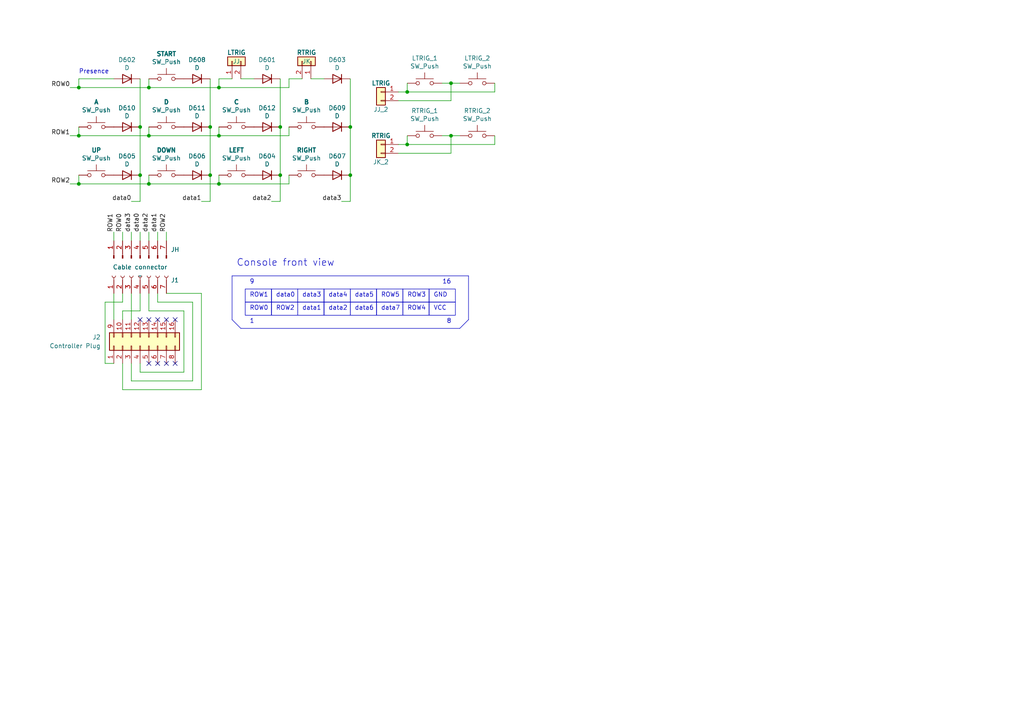
<source format=kicad_sch>
(kicad_sch (version 20230121) (generator eeschema)

  (uuid 813e74c8-3a73-4830-af5e-d83419be2fb7)

  (paper "A4")

  (lib_symbols
    (symbol "Connector:Conn_01x07_Pin" (pin_names (offset 1.016) hide) (in_bom yes) (on_board yes)
      (property "Reference" "J" (at 0 10.16 0)
        (effects (font (size 1.27 1.27)))
      )
      (property "Value" "Conn_01x07_Pin" (at 0 -10.16 0)
        (effects (font (size 1.27 1.27)))
      )
      (property "Footprint" "" (at 0 0 0)
        (effects (font (size 1.27 1.27)) hide)
      )
      (property "Datasheet" "~" (at 0 0 0)
        (effects (font (size 1.27 1.27)) hide)
      )
      (property "ki_locked" "" (at 0 0 0)
        (effects (font (size 1.27 1.27)))
      )
      (property "ki_keywords" "connector" (at 0 0 0)
        (effects (font (size 1.27 1.27)) hide)
      )
      (property "ki_description" "Generic connector, single row, 01x07, script generated" (at 0 0 0)
        (effects (font (size 1.27 1.27)) hide)
      )
      (property "ki_fp_filters" "Connector*:*_1x??_*" (at 0 0 0)
        (effects (font (size 1.27 1.27)) hide)
      )
      (symbol "Conn_01x07_Pin_1_1"
        (polyline
          (pts
            (xy 1.27 -7.62)
            (xy 0.8636 -7.62)
          )
          (stroke (width 0.1524) (type default))
          (fill (type none))
        )
        (polyline
          (pts
            (xy 1.27 -5.08)
            (xy 0.8636 -5.08)
          )
          (stroke (width 0.1524) (type default))
          (fill (type none))
        )
        (polyline
          (pts
            (xy 1.27 -2.54)
            (xy 0.8636 -2.54)
          )
          (stroke (width 0.1524) (type default))
          (fill (type none))
        )
        (polyline
          (pts
            (xy 1.27 0)
            (xy 0.8636 0)
          )
          (stroke (width 0.1524) (type default))
          (fill (type none))
        )
        (polyline
          (pts
            (xy 1.27 2.54)
            (xy 0.8636 2.54)
          )
          (stroke (width 0.1524) (type default))
          (fill (type none))
        )
        (polyline
          (pts
            (xy 1.27 5.08)
            (xy 0.8636 5.08)
          )
          (stroke (width 0.1524) (type default))
          (fill (type none))
        )
        (polyline
          (pts
            (xy 1.27 7.62)
            (xy 0.8636 7.62)
          )
          (stroke (width 0.1524) (type default))
          (fill (type none))
        )
        (rectangle (start 0.8636 -7.493) (end 0 -7.747)
          (stroke (width 0.1524) (type default))
          (fill (type outline))
        )
        (rectangle (start 0.8636 -4.953) (end 0 -5.207)
          (stroke (width 0.1524) (type default))
          (fill (type outline))
        )
        (rectangle (start 0.8636 -2.413) (end 0 -2.667)
          (stroke (width 0.1524) (type default))
          (fill (type outline))
        )
        (rectangle (start 0.8636 0.127) (end 0 -0.127)
          (stroke (width 0.1524) (type default))
          (fill (type outline))
        )
        (rectangle (start 0.8636 2.667) (end 0 2.413)
          (stroke (width 0.1524) (type default))
          (fill (type outline))
        )
        (rectangle (start 0.8636 5.207) (end 0 4.953)
          (stroke (width 0.1524) (type default))
          (fill (type outline))
        )
        (rectangle (start 0.8636 7.747) (end 0 7.493)
          (stroke (width 0.1524) (type default))
          (fill (type outline))
        )
        (pin passive line (at 5.08 7.62 180) (length 3.81)
          (name "Pin_1" (effects (font (size 1.27 1.27))))
          (number "1" (effects (font (size 1.27 1.27))))
        )
        (pin passive line (at 5.08 5.08 180) (length 3.81)
          (name "Pin_2" (effects (font (size 1.27 1.27))))
          (number "2" (effects (font (size 1.27 1.27))))
        )
        (pin passive line (at 5.08 2.54 180) (length 3.81)
          (name "Pin_3" (effects (font (size 1.27 1.27))))
          (number "3" (effects (font (size 1.27 1.27))))
        )
        (pin passive line (at 5.08 0 180) (length 3.81)
          (name "Pin_4" (effects (font (size 1.27 1.27))))
          (number "4" (effects (font (size 1.27 1.27))))
        )
        (pin passive line (at 5.08 -2.54 180) (length 3.81)
          (name "Pin_5" (effects (font (size 1.27 1.27))))
          (number "5" (effects (font (size 1.27 1.27))))
        )
        (pin passive line (at 5.08 -5.08 180) (length 3.81)
          (name "Pin_6" (effects (font (size 1.27 1.27))))
          (number "6" (effects (font (size 1.27 1.27))))
        )
        (pin passive line (at 5.08 -7.62 180) (length 3.81)
          (name "Pin_7" (effects (font (size 1.27 1.27))))
          (number "7" (effects (font (size 1.27 1.27))))
        )
      )
    )
    (symbol "Connector:Conn_01x07_Socket" (pin_names (offset 1.016) hide) (in_bom yes) (on_board yes)
      (property "Reference" "J" (at 0 10.16 0)
        (effects (font (size 1.27 1.27)))
      )
      (property "Value" "Conn_01x07_Socket" (at 0 -10.16 0)
        (effects (font (size 1.27 1.27)))
      )
      (property "Footprint" "" (at 0 0 0)
        (effects (font (size 1.27 1.27)) hide)
      )
      (property "Datasheet" "~" (at 0 0 0)
        (effects (font (size 1.27 1.27)) hide)
      )
      (property "ki_locked" "" (at 0 0 0)
        (effects (font (size 1.27 1.27)))
      )
      (property "ki_keywords" "connector" (at 0 0 0)
        (effects (font (size 1.27 1.27)) hide)
      )
      (property "ki_description" "Generic connector, single row, 01x07, script generated" (at 0 0 0)
        (effects (font (size 1.27 1.27)) hide)
      )
      (property "ki_fp_filters" "Connector*:*_1x??_*" (at 0 0 0)
        (effects (font (size 1.27 1.27)) hide)
      )
      (symbol "Conn_01x07_Socket_1_1"
        (arc (start 0 -7.112) (mid -0.5058 -7.62) (end 0 -8.128)
          (stroke (width 0.1524) (type default))
          (fill (type none))
        )
        (arc (start 0 -4.572) (mid -0.5058 -5.08) (end 0 -5.588)
          (stroke (width 0.1524) (type default))
          (fill (type none))
        )
        (arc (start 0 -2.032) (mid -0.5058 -2.54) (end 0 -3.048)
          (stroke (width 0.1524) (type default))
          (fill (type none))
        )
        (polyline
          (pts
            (xy -1.27 -7.62)
            (xy -0.508 -7.62)
          )
          (stroke (width 0.1524) (type default))
          (fill (type none))
        )
        (polyline
          (pts
            (xy -1.27 -5.08)
            (xy -0.508 -5.08)
          )
          (stroke (width 0.1524) (type default))
          (fill (type none))
        )
        (polyline
          (pts
            (xy -1.27 -2.54)
            (xy -0.508 -2.54)
          )
          (stroke (width 0.1524) (type default))
          (fill (type none))
        )
        (polyline
          (pts
            (xy -1.27 0)
            (xy -0.508 0)
          )
          (stroke (width 0.1524) (type default))
          (fill (type none))
        )
        (polyline
          (pts
            (xy -1.27 2.54)
            (xy -0.508 2.54)
          )
          (stroke (width 0.1524) (type default))
          (fill (type none))
        )
        (polyline
          (pts
            (xy -1.27 5.08)
            (xy -0.508 5.08)
          )
          (stroke (width 0.1524) (type default))
          (fill (type none))
        )
        (polyline
          (pts
            (xy -1.27 7.62)
            (xy -0.508 7.62)
          )
          (stroke (width 0.1524) (type default))
          (fill (type none))
        )
        (arc (start 0 0.508) (mid -0.5058 0) (end 0 -0.508)
          (stroke (width 0.1524) (type default))
          (fill (type none))
        )
        (arc (start 0 3.048) (mid -0.5058 2.54) (end 0 2.032)
          (stroke (width 0.1524) (type default))
          (fill (type none))
        )
        (arc (start 0 5.588) (mid -0.5058 5.08) (end 0 4.572)
          (stroke (width 0.1524) (type default))
          (fill (type none))
        )
        (arc (start 0 8.128) (mid -0.5058 7.62) (end 0 7.112)
          (stroke (width 0.1524) (type default))
          (fill (type none))
        )
        (pin passive line (at -5.08 7.62 0) (length 3.81)
          (name "Pin_1" (effects (font (size 1.27 1.27))))
          (number "1" (effects (font (size 1.27 1.27))))
        )
        (pin passive line (at -5.08 5.08 0) (length 3.81)
          (name "Pin_2" (effects (font (size 1.27 1.27))))
          (number "2" (effects (font (size 1.27 1.27))))
        )
        (pin passive line (at -5.08 2.54 0) (length 3.81)
          (name "Pin_3" (effects (font (size 1.27 1.27))))
          (number "3" (effects (font (size 1.27 1.27))))
        )
        (pin passive line (at -5.08 0 0) (length 3.81)
          (name "Pin_4" (effects (font (size 1.27 1.27))))
          (number "4" (effects (font (size 1.27 1.27))))
        )
        (pin passive line (at -5.08 -2.54 0) (length 3.81)
          (name "Pin_5" (effects (font (size 1.27 1.27))))
          (number "5" (effects (font (size 1.27 1.27))))
        )
        (pin passive line (at -5.08 -5.08 0) (length 3.81)
          (name "Pin_6" (effects (font (size 1.27 1.27))))
          (number "6" (effects (font (size 1.27 1.27))))
        )
        (pin passive line (at -5.08 -7.62 0) (length 3.81)
          (name "Pin_7" (effects (font (size 1.27 1.27))))
          (number "7" (effects (font (size 1.27 1.27))))
        )
      )
    )
    (symbol "Connector_Generic:Conn_01x02" (pin_names (offset 1.016) hide) (in_bom yes) (on_board yes)
      (property "Reference" "J" (at 0 2.54 0)
        (effects (font (size 1.27 1.27)))
      )
      (property "Value" "Conn_01x02" (at 0 -5.08 0)
        (effects (font (size 1.27 1.27)))
      )
      (property "Footprint" "" (at 0 0 0)
        (effects (font (size 1.27 1.27)) hide)
      )
      (property "Datasheet" "~" (at 0 0 0)
        (effects (font (size 1.27 1.27)) hide)
      )
      (property "ki_keywords" "connector" (at 0 0 0)
        (effects (font (size 1.27 1.27)) hide)
      )
      (property "ki_description" "Generic connector, single row, 01x02, script generated (kicad-library-utils/schlib/autogen/connector/)" (at 0 0 0)
        (effects (font (size 1.27 1.27)) hide)
      )
      (property "ki_fp_filters" "Connector*:*_1x??_*" (at 0 0 0)
        (effects (font (size 1.27 1.27)) hide)
      )
      (symbol "Conn_01x02_1_1"
        (rectangle (start -1.27 -2.413) (end 0 -2.667)
          (stroke (width 0.1524) (type default))
          (fill (type none))
        )
        (rectangle (start -1.27 0.127) (end 0 -0.127)
          (stroke (width 0.1524) (type default))
          (fill (type none))
        )
        (rectangle (start -1.27 1.27) (end 1.27 -3.81)
          (stroke (width 0.254) (type default))
          (fill (type background))
        )
        (pin passive line (at -5.08 0 0) (length 3.81)
          (name "Pin_1" (effects (font (size 1.27 1.27))))
          (number "1" (effects (font (size 1.27 1.27))))
        )
        (pin passive line (at -5.08 -2.54 0) (length 3.81)
          (name "Pin_2" (effects (font (size 1.27 1.27))))
          (number "2" (effects (font (size 1.27 1.27))))
        )
      )
    )
    (symbol "Connector_Generic:Conn_02x08_Top_Bottom" (pin_names (offset 1.016) hide) (in_bom yes) (on_board yes)
      (property "Reference" "J" (at 1.27 10.16 0)
        (effects (font (size 1.27 1.27)))
      )
      (property "Value" "Conn_02x08_Top_Bottom" (at 1.27 -12.7 0)
        (effects (font (size 1.27 1.27)))
      )
      (property "Footprint" "" (at 0 0 0)
        (effects (font (size 1.27 1.27)) hide)
      )
      (property "Datasheet" "~" (at 0 0 0)
        (effects (font (size 1.27 1.27)) hide)
      )
      (property "ki_keywords" "connector" (at 0 0 0)
        (effects (font (size 1.27 1.27)) hide)
      )
      (property "ki_description" "Generic connector, double row, 02x08, top/bottom pin numbering scheme (row 1: 1...pins_per_row, row2: pins_per_row+1 ... num_pins), script generated (kicad-library-utils/schlib/autogen/connector/)" (at 0 0 0)
        (effects (font (size 1.27 1.27)) hide)
      )
      (property "ki_fp_filters" "Connector*:*_2x??_*" (at 0 0 0)
        (effects (font (size 1.27 1.27)) hide)
      )
      (symbol "Conn_02x08_Top_Bottom_1_1"
        (rectangle (start -1.27 -10.033) (end 0 -10.287)
          (stroke (width 0.1524) (type default))
          (fill (type none))
        )
        (rectangle (start -1.27 -7.493) (end 0 -7.747)
          (stroke (width 0.1524) (type default))
          (fill (type none))
        )
        (rectangle (start -1.27 -4.953) (end 0 -5.207)
          (stroke (width 0.1524) (type default))
          (fill (type none))
        )
        (rectangle (start -1.27 -2.413) (end 0 -2.667)
          (stroke (width 0.1524) (type default))
          (fill (type none))
        )
        (rectangle (start -1.27 0.127) (end 0 -0.127)
          (stroke (width 0.1524) (type default))
          (fill (type none))
        )
        (rectangle (start -1.27 2.667) (end 0 2.413)
          (stroke (width 0.1524) (type default))
          (fill (type none))
        )
        (rectangle (start -1.27 5.207) (end 0 4.953)
          (stroke (width 0.1524) (type default))
          (fill (type none))
        )
        (rectangle (start -1.27 7.747) (end 0 7.493)
          (stroke (width 0.1524) (type default))
          (fill (type none))
        )
        (rectangle (start -1.27 8.89) (end 3.81 -11.43)
          (stroke (width 0.254) (type default))
          (fill (type background))
        )
        (rectangle (start 3.81 -10.033) (end 2.54 -10.287)
          (stroke (width 0.1524) (type default))
          (fill (type none))
        )
        (rectangle (start 3.81 -7.493) (end 2.54 -7.747)
          (stroke (width 0.1524) (type default))
          (fill (type none))
        )
        (rectangle (start 3.81 -4.953) (end 2.54 -5.207)
          (stroke (width 0.1524) (type default))
          (fill (type none))
        )
        (rectangle (start 3.81 -2.413) (end 2.54 -2.667)
          (stroke (width 0.1524) (type default))
          (fill (type none))
        )
        (rectangle (start 3.81 0.127) (end 2.54 -0.127)
          (stroke (width 0.1524) (type default))
          (fill (type none))
        )
        (rectangle (start 3.81 2.667) (end 2.54 2.413)
          (stroke (width 0.1524) (type default))
          (fill (type none))
        )
        (rectangle (start 3.81 5.207) (end 2.54 4.953)
          (stroke (width 0.1524) (type default))
          (fill (type none))
        )
        (rectangle (start 3.81 7.747) (end 2.54 7.493)
          (stroke (width 0.1524) (type default))
          (fill (type none))
        )
        (pin passive line (at -5.08 7.62 0) (length 3.81)
          (name "Pin_1" (effects (font (size 1.27 1.27))))
          (number "1" (effects (font (size 1.27 1.27))))
        )
        (pin passive line (at 7.62 5.08 180) (length 3.81)
          (name "Pin_10" (effects (font (size 1.27 1.27))))
          (number "10" (effects (font (size 1.27 1.27))))
        )
        (pin passive line (at 7.62 2.54 180) (length 3.81)
          (name "Pin_11" (effects (font (size 1.27 1.27))))
          (number "11" (effects (font (size 1.27 1.27))))
        )
        (pin passive line (at 7.62 0 180) (length 3.81)
          (name "Pin_12" (effects (font (size 1.27 1.27))))
          (number "12" (effects (font (size 1.27 1.27))))
        )
        (pin passive line (at 7.62 -2.54 180) (length 3.81)
          (name "Pin_13" (effects (font (size 1.27 1.27))))
          (number "13" (effects (font (size 1.27 1.27))))
        )
        (pin passive line (at 7.62 -5.08 180) (length 3.81)
          (name "Pin_14" (effects (font (size 1.27 1.27))))
          (number "14" (effects (font (size 1.27 1.27))))
        )
        (pin passive line (at 7.62 -7.62 180) (length 3.81)
          (name "Pin_15" (effects (font (size 1.27 1.27))))
          (number "15" (effects (font (size 1.27 1.27))))
        )
        (pin passive line (at 7.62 -10.16 180) (length 3.81)
          (name "Pin_16" (effects (font (size 1.27 1.27))))
          (number "16" (effects (font (size 1.27 1.27))))
        )
        (pin passive line (at -5.08 5.08 0) (length 3.81)
          (name "Pin_2" (effects (font (size 1.27 1.27))))
          (number "2" (effects (font (size 1.27 1.27))))
        )
        (pin passive line (at -5.08 2.54 0) (length 3.81)
          (name "Pin_3" (effects (font (size 1.27 1.27))))
          (number "3" (effects (font (size 1.27 1.27))))
        )
        (pin passive line (at -5.08 0 0) (length 3.81)
          (name "Pin_4" (effects (font (size 1.27 1.27))))
          (number "4" (effects (font (size 1.27 1.27))))
        )
        (pin passive line (at -5.08 -2.54 0) (length 3.81)
          (name "Pin_5" (effects (font (size 1.27 1.27))))
          (number "5" (effects (font (size 1.27 1.27))))
        )
        (pin passive line (at -5.08 -5.08 0) (length 3.81)
          (name "Pin_6" (effects (font (size 1.27 1.27))))
          (number "6" (effects (font (size 1.27 1.27))))
        )
        (pin passive line (at -5.08 -7.62 0) (length 3.81)
          (name "Pin_7" (effects (font (size 1.27 1.27))))
          (number "7" (effects (font (size 1.27 1.27))))
        )
        (pin passive line (at -5.08 -10.16 0) (length 3.81)
          (name "Pin_8" (effects (font (size 1.27 1.27))))
          (number "8" (effects (font (size 1.27 1.27))))
        )
        (pin passive line (at 7.62 7.62 180) (length 3.81)
          (name "Pin_9" (effects (font (size 1.27 1.27))))
          (number "9" (effects (font (size 1.27 1.27))))
        )
      )
    )
    (symbol "Device:D" (pin_numbers hide) (pin_names (offset 1.016) hide) (in_bom yes) (on_board yes)
      (property "Reference" "D" (at 0 2.54 0)
        (effects (font (size 1.27 1.27)))
      )
      (property "Value" "D" (at 0 -2.54 0)
        (effects (font (size 1.27 1.27)))
      )
      (property "Footprint" "" (at 0 0 0)
        (effects (font (size 1.27 1.27)) hide)
      )
      (property "Datasheet" "~" (at 0 0 0)
        (effects (font (size 1.27 1.27)) hide)
      )
      (property "Sim.Device" "D" (at 0 0 0)
        (effects (font (size 1.27 1.27)) hide)
      )
      (property "Sim.Pins" "1=K 2=A" (at 0 0 0)
        (effects (font (size 1.27 1.27)) hide)
      )
      (property "ki_keywords" "diode" (at 0 0 0)
        (effects (font (size 1.27 1.27)) hide)
      )
      (property "ki_description" "Diode" (at 0 0 0)
        (effects (font (size 1.27 1.27)) hide)
      )
      (property "ki_fp_filters" "TO-???* *_Diode_* *SingleDiode* D_*" (at 0 0 0)
        (effects (font (size 1.27 1.27)) hide)
      )
      (symbol "D_0_1"
        (polyline
          (pts
            (xy -1.27 1.27)
            (xy -1.27 -1.27)
          )
          (stroke (width 0.254) (type default))
          (fill (type none))
        )
        (polyline
          (pts
            (xy 1.27 0)
            (xy -1.27 0)
          )
          (stroke (width 0) (type default))
          (fill (type none))
        )
        (polyline
          (pts
            (xy 1.27 1.27)
            (xy 1.27 -1.27)
            (xy -1.27 0)
            (xy 1.27 1.27)
          )
          (stroke (width 0.254) (type default))
          (fill (type none))
        )
      )
      (symbol "D_1_1"
        (pin passive line (at -3.81 0 0) (length 2.54)
          (name "K" (effects (font (size 1.27 1.27))))
          (number "1" (effects (font (size 1.27 1.27))))
        )
        (pin passive line (at 3.81 0 180) (length 2.54)
          (name "A" (effects (font (size 1.27 1.27))))
          (number "2" (effects (font (size 1.27 1.27))))
        )
      )
    )
    (symbol "Switch:SW_Push" (pin_numbers hide) (pin_names (offset 1.016) hide) (in_bom yes) (on_board yes)
      (property "Reference" "SW" (at 1.27 2.54 0)
        (effects (font (size 1.27 1.27)) (justify left))
      )
      (property "Value" "SW_Push" (at 0 -1.524 0)
        (effects (font (size 1.27 1.27)))
      )
      (property "Footprint" "" (at 0 5.08 0)
        (effects (font (size 1.27 1.27)) hide)
      )
      (property "Datasheet" "~" (at 0 5.08 0)
        (effects (font (size 1.27 1.27)) hide)
      )
      (property "ki_keywords" "switch normally-open pushbutton push-button" (at 0 0 0)
        (effects (font (size 1.27 1.27)) hide)
      )
      (property "ki_description" "Push button switch, generic, two pins" (at 0 0 0)
        (effects (font (size 1.27 1.27)) hide)
      )
      (symbol "SW_Push_0_1"
        (circle (center -2.032 0) (radius 0.508)
          (stroke (width 0) (type default))
          (fill (type none))
        )
        (polyline
          (pts
            (xy 0 1.27)
            (xy 0 3.048)
          )
          (stroke (width 0) (type default))
          (fill (type none))
        )
        (polyline
          (pts
            (xy 2.54 1.27)
            (xy -2.54 1.27)
          )
          (stroke (width 0) (type default))
          (fill (type none))
        )
        (circle (center 2.032 0) (radius 0.508)
          (stroke (width 0) (type default))
          (fill (type none))
        )
        (pin passive line (at -5.08 0 0) (length 2.54)
          (name "1" (effects (font (size 1.27 1.27))))
          (number "1" (effects (font (size 1.27 1.27))))
        )
        (pin passive line (at 5.08 0 180) (length 2.54)
          (name "2" (effects (font (size 1.27 1.27))))
          (number "2" (effects (font (size 1.27 1.27))))
        )
      )
    )
  )

  (junction (at 81.28 36.83) (diameter 0) (color 0 0 0 0)
    (uuid 0037471b-907e-462d-b701-514b1ddfd2e7)
  )
  (junction (at 22.86 53.34) (diameter 0) (color 0 0 0 0)
    (uuid 01dfe9ec-eba0-447e-88b1-7eb95b155bdc)
  )
  (junction (at 40.64 36.83) (diameter 0) (color 0 0 0 0)
    (uuid 12ae7baa-1e24-463c-a8fa-9d08e54d92c9)
  )
  (junction (at 43.18 39.37) (diameter 0) (color 0 0 0 0)
    (uuid 1696ad9b-d213-475c-9629-60804bba7654)
  )
  (junction (at 63.5 53.34) (diameter 0) (color 0 0 0 0)
    (uuid 2cf8f0f6-c3b5-45b3-8f18-1a4e4e7bc84d)
  )
  (junction (at 22.86 25.4) (diameter 0) (color 0 0 0 0)
    (uuid 56ee5c19-7e9e-47c9-a317-83322b5b3998)
  )
  (junction (at 60.96 36.83) (diameter 0) (color 0 0 0 0)
    (uuid 665a3d15-2bf0-4f72-a8f6-32063cd7845d)
  )
  (junction (at 43.18 53.34) (diameter 0) (color 0 0 0 0)
    (uuid 6714c3e3-612f-491c-9971-d5d9208cd92b)
  )
  (junction (at 43.18 25.4) (diameter 0) (color 0 0 0 0)
    (uuid 7e920fc0-c346-48c7-8129-015dd3d0e7dd)
  )
  (junction (at 63.5 25.4) (diameter 0) (color 0 0 0 0)
    (uuid 839547bf-5f6d-4c3d-846a-6d6d35cd1d6b)
  )
  (junction (at 101.6 36.83) (diameter 0) (color 0 0 0 0)
    (uuid 8e6ddccc-aa48-4f5d-bb76-21d0493230b9)
  )
  (junction (at 130.81 39.37) (diameter 0) (color 0 0 0 0)
    (uuid ab15ba9c-138f-41a0-a474-b32d2e6da71e)
  )
  (junction (at 60.96 50.8) (diameter 0) (color 0 0 0 0)
    (uuid b6d9966d-491d-4f5f-ae6b-ff9ee495fbce)
  )
  (junction (at 130.81 24.13) (diameter 0) (color 0 0 0 0)
    (uuid bd46bd5c-fcb5-4a3d-8688-c60155f39752)
  )
  (junction (at 101.6 50.8) (diameter 0) (color 0 0 0 0)
    (uuid c1a106f9-780d-429b-bf97-5ee3a4f44e2c)
  )
  (junction (at 63.5 39.37) (diameter 0) (color 0 0 0 0)
    (uuid d20f19c2-2994-4d6a-ba0c-b1fbe165fe0c)
  )
  (junction (at 118.11 41.91) (diameter 0) (color 0 0 0 0)
    (uuid d2e66505-3a25-4294-b336-3905a63ccc70)
  )
  (junction (at 40.64 50.8) (diameter 0) (color 0 0 0 0)
    (uuid ec6b4602-da7e-4b3c-be79-6b1067a1ddb6)
  )
  (junction (at 118.11 26.67) (diameter 0) (color 0 0 0 0)
    (uuid eebdc5ae-ecc5-4821-8cc1-f1078d4eaf83)
  )
  (junction (at 22.86 39.37) (diameter 0) (color 0 0 0 0)
    (uuid f913c177-af12-4908-8953-61b598b95ed9)
  )
  (junction (at 81.28 50.8) (diameter 0) (color 0 0 0 0)
    (uuid fdb98dd1-3c84-4337-9f39-b0b3362d83f7)
  )

  (no_connect (at 40.64 92.71) (uuid 675358d0-1555-4b2b-99c1-58948404fbd3))
  (no_connect (at 43.18 92.71) (uuid 7ca0687f-c20a-4f24-bd7f-f723ccee6cce))
  (no_connect (at 43.18 105.41) (uuid 807df74d-218e-4e65-898b-6f722ec616c9))
  (no_connect (at 50.8 105.41) (uuid 895e3b7f-dbc7-4bca-b1d7-6eced8c919dc))
  (no_connect (at 45.72 92.71) (uuid a22f0bfb-e0b8-4d6c-8fa8-ae770c2cefa7))
  (no_connect (at 48.26 92.71) (uuid c133ccd0-9eec-4787-ba3f-ea8e59d91e0b))
  (no_connect (at 48.26 105.41) (uuid c7b8e5b2-d445-44aa-841c-d8416286f23b))
  (no_connect (at 45.72 105.41) (uuid ce4bf1e0-e9ae-4797-967a-6a7f9c4dcff7))
  (no_connect (at 50.8 92.71) (uuid e3c84030-e4e7-4ba2-9a5b-76736e1bb6ed))

  (wire (pts (xy 83.82 50.8) (xy 83.82 53.34))
    (stroke (width 0) (type default))
    (uuid 00f6fc6d-2460-4635-b0ad-2f4251b27d69)
  )
  (wire (pts (xy 90.17 22.86) (xy 93.98 22.86))
    (stroke (width 0) (type default))
    (uuid 098d4469-a563-4f80-90a7-e103682877f5)
  )
  (wire (pts (xy 35.56 87.63) (xy 30.48 87.63))
    (stroke (width 0) (type default))
    (uuid 09f2650a-f305-463e-adc0-c556fc1030f7)
  )
  (wire (pts (xy 58.42 58.42) (xy 60.96 58.42))
    (stroke (width 0) (type default))
    (uuid 0aa1fec0-108f-4bf0-b17b-cb699d0afd34)
  )
  (wire (pts (xy 83.82 39.37) (xy 83.82 36.83))
    (stroke (width 0) (type default))
    (uuid 0fa85b2d-fabd-4606-81fa-12463e1ff036)
  )
  (wire (pts (xy 63.5 53.34) (xy 43.18 53.34))
    (stroke (width 0) (type default))
    (uuid 16f81628-7d4b-4059-b3a4-ef5fef2df20d)
  )
  (wire (pts (xy 101.6 22.86) (xy 101.6 36.83))
    (stroke (width 0) (type default))
    (uuid 1766a5a2-772f-4f44-a6d8-10c8c55a12e7)
  )
  (wire (pts (xy 43.18 53.34) (xy 22.86 53.34))
    (stroke (width 0) (type default))
    (uuid 1a2c53b5-0bac-4e21-84ab-985567343901)
  )
  (wire (pts (xy 60.96 58.42) (xy 60.96 50.8))
    (stroke (width 0) (type default))
    (uuid 2142f840-8626-42ba-a3d3-00be33d13267)
  )
  (wire (pts (xy 55.88 110.49) (xy 38.1 110.49))
    (stroke (width 0) (type default))
    (uuid 225005eb-bcf7-41f7-a37d-57bcfe467094)
  )
  (wire (pts (xy 40.64 85.09) (xy 40.64 90.17))
    (stroke (width 0) (type default))
    (uuid 28799f3d-6ec9-49c3-ab68-3a1031687773)
  )
  (wire (pts (xy 83.82 22.86) (xy 83.82 25.4))
    (stroke (width 0) (type default))
    (uuid 2a4796db-9935-4d5c-90b9-8b104877f3a7)
  )
  (wire (pts (xy 22.86 25.4) (xy 43.18 25.4))
    (stroke (width 0) (type default))
    (uuid 2defa538-b6cd-4156-acd8-b8ebcca8f477)
  )
  (wire (pts (xy 45.72 85.09) (xy 45.72 87.63))
    (stroke (width 0) (type default))
    (uuid 2f77c35b-a4e6-4611-8b8d-7cf892542a90)
  )
  (wire (pts (xy 43.18 67.31) (xy 43.18 69.85))
    (stroke (width 0) (type default))
    (uuid 31ae77cb-7063-48dc-b979-d168e0e9f1f7)
  )
  (wire (pts (xy 115.57 41.91) (xy 118.11 41.91))
    (stroke (width 0) (type default))
    (uuid 36b2ab4a-1ac1-41b9-b111-a3641dc469be)
  )
  (wire (pts (xy 43.18 22.86) (xy 43.18 25.4))
    (stroke (width 0) (type default))
    (uuid 3750ae33-b846-4cea-9b7d-d6554abf23c1)
  )
  (wire (pts (xy 130.81 39.37) (xy 128.27 39.37))
    (stroke (width 0) (type default))
    (uuid 39393517-c2fe-4905-b437-c22d56ba3e3d)
  )
  (wire (pts (xy 130.81 24.13) (xy 133.35 24.13))
    (stroke (width 0) (type default))
    (uuid 39bc1e1b-dde4-47b6-8acb-b5363905b0f4)
  )
  (polyline (pts (xy 135.89 80.01) (xy 135.89 92.71))
    (stroke (width 0) (type default))
    (uuid 3a3ed819-a274-422a-aec6-9ff58647f323)
  )

  (wire (pts (xy 60.96 22.86) (xy 60.96 36.83))
    (stroke (width 0) (type default))
    (uuid 45b5d54a-d8cb-4113-9269-9d44e7c3e360)
  )
  (wire (pts (xy 130.81 39.37) (xy 130.81 44.45))
    (stroke (width 0) (type default))
    (uuid 45f9941d-b84b-4f25-b157-e473ac1a1a6b)
  )
  (wire (pts (xy 83.82 22.86) (xy 87.63 22.86))
    (stroke (width 0) (type default))
    (uuid 46a49cd3-ba5b-4de9-a93e-017612a69f65)
  )
  (wire (pts (xy 130.81 24.13) (xy 128.27 24.13))
    (stroke (width 0) (type default))
    (uuid 46bf4519-ec5a-49c4-8830-d29414595ae7)
  )
  (wire (pts (xy 55.88 87.63) (xy 55.88 110.49))
    (stroke (width 0) (type default))
    (uuid 4b716ff3-ded7-4896-adab-641d2fa831d9)
  )
  (wire (pts (xy 40.64 107.95) (xy 53.34 107.95))
    (stroke (width 0) (type default))
    (uuid 4f529f43-498f-4a03-a6f4-23b732999d43)
  )
  (wire (pts (xy 130.81 39.37) (xy 133.35 39.37))
    (stroke (width 0) (type default))
    (uuid 52de0b39-0cdc-4be4-961e-061b8f6bf500)
  )
  (wire (pts (xy 22.86 25.4) (xy 22.86 22.86))
    (stroke (width 0) (type default))
    (uuid 56cdcf7e-647d-448c-a60c-a866ccc8c4c4)
  )
  (polyline (pts (xy 133.35 95.25) (xy 69.85 95.25))
    (stroke (width 0) (type default))
    (uuid 56ef5867-db15-4ae3-a7d9-f9104537fcff)
  )

  (wire (pts (xy 99.06 58.42) (xy 101.6 58.42))
    (stroke (width 0) (type default))
    (uuid 58342d78-c618-42a8-88fc-55df471bfda1)
  )
  (wire (pts (xy 81.28 50.8) (xy 81.28 36.83))
    (stroke (width 0) (type default))
    (uuid 59f8a1dc-b606-45ce-86b3-b836cb2aaeb9)
  )
  (wire (pts (xy 35.56 105.41) (xy 35.56 113.03))
    (stroke (width 0) (type default))
    (uuid 6054f7dd-625f-41d7-9a5e-8905daac1eeb)
  )
  (wire (pts (xy 115.57 26.67) (xy 118.11 26.67))
    (stroke (width 0) (type default))
    (uuid 614590da-26d5-49a9-aa93-fe17c81fefa6)
  )
  (wire (pts (xy 118.11 26.67) (xy 143.51 26.67))
    (stroke (width 0) (type default))
    (uuid 62d1c4c6-f784-4d7e-a8c4-21dd565d0f9e)
  )
  (wire (pts (xy 43.18 25.4) (xy 63.5 25.4))
    (stroke (width 0) (type default))
    (uuid 65456e45-d12b-4e37-a6f1-ef00515a3d50)
  )
  (wire (pts (xy 30.48 87.63) (xy 30.48 105.41))
    (stroke (width 0) (type default))
    (uuid 67e5191d-a357-4a39-9434-f788bce893a3)
  )
  (wire (pts (xy 22.86 53.34) (xy 22.86 50.8))
    (stroke (width 0) (type default))
    (uuid 6b6ede67-8487-46d5-ae93-e9e78f6c7647)
  )
  (wire (pts (xy 118.11 39.37) (xy 118.11 41.91))
    (stroke (width 0) (type default))
    (uuid 6bc463a6-d793-4f33-9bd0-3512e2a21ddf)
  )
  (wire (pts (xy 101.6 36.83) (xy 101.6 50.8))
    (stroke (width 0) (type default))
    (uuid 737e4d28-d76c-42c2-9dd2-09fb790a1f68)
  )
  (wire (pts (xy 38.1 58.42) (xy 40.64 58.42))
    (stroke (width 0) (type default))
    (uuid 74ee1882-cf4e-4e69-afe9-9db6834d0de7)
  )
  (wire (pts (xy 58.42 113.03) (xy 35.56 113.03))
    (stroke (width 0) (type default))
    (uuid 790a8f23-b48e-47d9-b2d7-d02b08545dcd)
  )
  (wire (pts (xy 45.72 67.31) (xy 45.72 69.85))
    (stroke (width 0) (type default))
    (uuid 79a01b3b-5419-42b6-8a03-2574f6ea1fbe)
  )
  (wire (pts (xy 33.02 67.31) (xy 33.02 69.85))
    (stroke (width 0) (type default))
    (uuid 7a3ba50c-3da5-42c4-a19f-e1de9659b200)
  )
  (wire (pts (xy 40.64 67.31) (xy 40.64 69.85))
    (stroke (width 0) (type default))
    (uuid 7de93bb0-3c99-469d-987c-b194c3c73615)
  )
  (wire (pts (xy 40.64 22.86) (xy 40.64 36.83))
    (stroke (width 0) (type default))
    (uuid 8036b847-9ec3-4e1b-99d7-7a0cd49025d4)
  )
  (wire (pts (xy 43.18 50.8) (xy 43.18 53.34))
    (stroke (width 0) (type default))
    (uuid 83a37022-8626-4ba8-b9b5-efc7d7ae1505)
  )
  (wire (pts (xy 83.82 53.34) (xy 63.5 53.34))
    (stroke (width 0) (type default))
    (uuid 8438b636-46ca-4436-9e6f-354f0765ac93)
  )
  (wire (pts (xy 45.72 87.63) (xy 55.88 87.63))
    (stroke (width 0) (type default))
    (uuid 893b5198-10c4-4e6c-b7ba-b3cc549fce06)
  )
  (wire (pts (xy 78.74 58.42) (xy 81.28 58.42))
    (stroke (width 0) (type default))
    (uuid 8bb07e6c-9b76-4b96-89d2-186918a3bff7)
  )
  (wire (pts (xy 22.86 36.83) (xy 22.86 39.37))
    (stroke (width 0) (type default))
    (uuid 8db35309-f897-4563-bc93-7468f93cf72d)
  )
  (wire (pts (xy 30.48 105.41) (xy 33.02 105.41))
    (stroke (width 0) (type default))
    (uuid 90c69aed-e60d-4446-a098-dac03cc60101)
  )
  (wire (pts (xy 33.02 85.09) (xy 33.02 92.71))
    (stroke (width 0) (type default))
    (uuid 91e68005-e592-4705-b732-2b24854d2c65)
  )
  (wire (pts (xy 35.56 85.09) (xy 35.56 87.63))
    (stroke (width 0) (type default))
    (uuid 93cfeba4-dd24-45c8-888d-dd360396f9da)
  )
  (wire (pts (xy 48.26 67.31) (xy 48.26 69.85))
    (stroke (width 0) (type default))
    (uuid 952c9981-fa07-4910-a118-f48a707e2fd8)
  )
  (wire (pts (xy 63.5 50.8) (xy 63.5 53.34))
    (stroke (width 0) (type default))
    (uuid 97a73cf7-a093-47a7-9dab-112a139e0fba)
  )
  (wire (pts (xy 38.1 110.49) (xy 38.1 105.41))
    (stroke (width 0) (type default))
    (uuid 9810bded-e9fc-4f6b-959b-391b7ed029c7)
  )
  (wire (pts (xy 58.42 85.09) (xy 58.42 113.03))
    (stroke (width 0) (type default))
    (uuid 9be45509-30d5-44a0-a62e-a5bf3afa7025)
  )
  (wire (pts (xy 143.51 26.67) (xy 143.51 24.13))
    (stroke (width 0) (type default))
    (uuid a9e18d9b-1fd5-4025-9d15-bfbde469f194)
  )
  (polyline (pts (xy 69.85 95.25) (xy 67.31 92.71))
    (stroke (width 0) (type default))
    (uuid abacb39b-6e51-41ba-a8e3-ca40dbdde733)
  )

  (wire (pts (xy 43.18 85.09) (xy 43.18 90.17))
    (stroke (width 0) (type default))
    (uuid af0b23f4-eb4d-4fba-88bb-996f5e2032cc)
  )
  (wire (pts (xy 63.5 36.83) (xy 63.5 39.37))
    (stroke (width 0) (type default))
    (uuid af6cb0d7-573e-4cdd-bb0b-01274b701a68)
  )
  (wire (pts (xy 20.32 25.4) (xy 22.86 25.4))
    (stroke (width 0) (type default))
    (uuid b27b2fe0-f1b1-4358-b989-e18e8e9bb1ef)
  )
  (wire (pts (xy 63.5 22.86) (xy 67.31 22.86))
    (stroke (width 0) (type default))
    (uuid b77af21f-2c9c-4efe-9866-da6a590b0bc4)
  )
  (wire (pts (xy 81.28 36.83) (xy 81.28 22.86))
    (stroke (width 0) (type default))
    (uuid b7a145b5-36a8-4692-8e95-c0c1b77ee5a2)
  )
  (wire (pts (xy 22.86 53.34) (xy 20.32 53.34))
    (stroke (width 0) (type default))
    (uuid b936b1aa-9021-4531-84fb-ba6dd5aebad2)
  )
  (wire (pts (xy 118.11 24.13) (xy 118.11 26.67))
    (stroke (width 0) (type default))
    (uuid bbc279fd-27cf-4916-a20f-8a3af4091356)
  )
  (polyline (pts (xy 67.31 80.01) (xy 67.31 92.71))
    (stroke (width 0) (type default))
    (uuid bf2c1574-a87c-4ad7-b245-e18ff7532261)
  )

  (wire (pts (xy 38.1 85.09) (xy 38.1 92.71))
    (stroke (width 0) (type default))
    (uuid bfca0d39-a209-4518-9944-74edcfd7b0ec)
  )
  (wire (pts (xy 63.5 39.37) (xy 83.82 39.37))
    (stroke (width 0) (type default))
    (uuid c1a94674-b57c-4bce-9f95-689f5b150d2d)
  )
  (wire (pts (xy 48.26 85.09) (xy 58.42 85.09))
    (stroke (width 0) (type default))
    (uuid c4cfcdb7-9880-4b75-8345-921f1cc1e06b)
  )
  (wire (pts (xy 101.6 58.42) (xy 101.6 50.8))
    (stroke (width 0) (type default))
    (uuid c6590201-7e38-4619-aa93-ffbf243404e2)
  )
  (wire (pts (xy 81.28 58.42) (xy 81.28 50.8))
    (stroke (width 0) (type default))
    (uuid c8363a6f-10fb-4242-8a0e-4d31af3c6d30)
  )
  (wire (pts (xy 22.86 22.86) (xy 33.02 22.86))
    (stroke (width 0) (type default))
    (uuid cb09f794-a286-49ec-a789-59b8fdb923af)
  )
  (wire (pts (xy 143.51 41.91) (xy 143.51 39.37))
    (stroke (width 0) (type default))
    (uuid d058a373-3cb0-4f69-ac7f-c55505163559)
  )
  (wire (pts (xy 53.34 90.17) (xy 43.18 90.17))
    (stroke (width 0) (type default))
    (uuid d1be9fe3-7d53-4365-91fe-86115b8937d6)
  )
  (wire (pts (xy 35.56 67.31) (xy 35.56 69.85))
    (stroke (width 0) (type default))
    (uuid d2eb5f7e-528d-4ccf-bd29-6b92ff529f0a)
  )
  (wire (pts (xy 118.11 41.91) (xy 143.51 41.91))
    (stroke (width 0) (type default))
    (uuid d2f3ddd6-873e-44a1-8120-c8fa79b8ac30)
  )
  (wire (pts (xy 69.85 22.86) (xy 73.66 22.86))
    (stroke (width 0) (type default))
    (uuid d4be6891-5ebb-4b6c-a11e-1e6681d3d6c6)
  )
  (wire (pts (xy 40.64 90.17) (xy 35.56 90.17))
    (stroke (width 0) (type default))
    (uuid d6e1890d-a056-47bb-aa0e-75d7533e4d2e)
  )
  (wire (pts (xy 115.57 29.21) (xy 130.81 29.21))
    (stroke (width 0) (type default))
    (uuid da47c15c-200c-4183-be36-16a0b9989382)
  )
  (wire (pts (xy 22.86 39.37) (xy 43.18 39.37))
    (stroke (width 0) (type default))
    (uuid dafe076e-6227-40b8-a5eb-5a200bc4bbc0)
  )
  (wire (pts (xy 38.1 67.31) (xy 38.1 69.85))
    (stroke (width 0) (type default))
    (uuid de854d0c-b6b8-4ff1-b1d6-81508b355790)
  )
  (wire (pts (xy 43.18 39.37) (xy 63.5 39.37))
    (stroke (width 0) (type default))
    (uuid deab1ae9-e350-49a4-8317-35d3480337fb)
  )
  (polyline (pts (xy 135.89 92.71) (xy 133.35 95.25))
    (stroke (width 0) (type default))
    (uuid ded4e1f7-0eee-4dac-aa16-5db77f4a5784)
  )
  (polyline (pts (xy 67.31 80.01) (xy 135.89 80.01))
    (stroke (width 0) (type default))
    (uuid e17ded0c-9002-4ced-9256-8127e7dabc4c)
  )

  (wire (pts (xy 40.64 36.83) (xy 40.64 50.8))
    (stroke (width 0) (type default))
    (uuid e6c18c29-4d3f-4bfe-92a0-63efd0172417)
  )
  (wire (pts (xy 130.81 24.13) (xy 130.81 29.21))
    (stroke (width 0) (type default))
    (uuid eb867a47-4d25-46a2-966c-49a05db48ec5)
  )
  (wire (pts (xy 115.57 44.45) (xy 130.81 44.45))
    (stroke (width 0) (type default))
    (uuid ebe14ce5-2b08-4d05-9ee9-e44177203b32)
  )
  (wire (pts (xy 63.5 25.4) (xy 83.82 25.4))
    (stroke (width 0) (type default))
    (uuid ed53f8ff-8491-4499-97a9-a0e9630f25a4)
  )
  (wire (pts (xy 40.64 58.42) (xy 40.64 50.8))
    (stroke (width 0) (type default))
    (uuid ed830e8d-acfc-407b-8608-abca65db1dbd)
  )
  (wire (pts (xy 40.64 107.95) (xy 40.64 105.41))
    (stroke (width 0) (type default))
    (uuid edf0fa69-b7c5-467c-98ce-722782403d62)
  )
  (wire (pts (xy 60.96 36.83) (xy 60.96 50.8))
    (stroke (width 0) (type default))
    (uuid f23594ca-7e6e-49c8-8f5c-423572806066)
  )
  (wire (pts (xy 43.18 36.83) (xy 43.18 39.37))
    (stroke (width 0) (type default))
    (uuid f3b549c0-39df-42b7-8194-0d933d64c65d)
  )
  (wire (pts (xy 53.34 107.95) (xy 53.34 90.17))
    (stroke (width 0) (type default))
    (uuid f84769d2-18ac-412e-ba54-79e3011937df)
  )
  (wire (pts (xy 22.86 39.37) (xy 20.32 39.37))
    (stroke (width 0) (type default))
    (uuid f9f9b826-66e5-4bd1-b3b4-d13d1a835a76)
  )
  (wire (pts (xy 35.56 90.17) (xy 35.56 92.71))
    (stroke (width 0) (type default))
    (uuid fbc17fdb-0b99-4b59-837c-3dcc9c1e015f)
  )
  (wire (pts (xy 63.5 22.86) (xy 63.5 25.4))
    (stroke (width 0) (type default))
    (uuid fec40d9d-ad8c-4a9b-969f-a9e6b019082a)
  )

  (rectangle (start 109.22 83.82) (end 116.84 87.63)
    (stroke (width 0) (type default))
    (fill (type none))
    (uuid 06446b56-258c-4900-9043-8633a8378325)
  )
  (rectangle (start 124.46 87.63) (end 132.08 91.44)
    (stroke (width 0) (type default))
    (fill (type none))
    (uuid 082e7e82-ba69-48b9-80d4-8abbb081566e)
  )
  (rectangle (start 109.22 87.63) (end 116.84 91.44)
    (stroke (width 0) (type default))
    (fill (type none))
    (uuid 0871364c-a7d5-4c4a-ae34-3992630ec623)
  )
  (rectangle (start 86.36 87.63) (end 93.98 91.44)
    (stroke (width 0) (type default))
    (fill (type none))
    (uuid 3531cac2-eec3-46cd-bc31-af6318163734)
  )
  (rectangle (start 116.84 87.63) (end 124.46 91.44)
    (stroke (width 0) (type default))
    (fill (type none))
    (uuid 515c81c1-041e-42f7-af51-bffe415825d8)
  )
  (rectangle (start 101.6 87.63) (end 109.22 91.44)
    (stroke (width 0) (type default))
    (fill (type none))
    (uuid 75859d96-bdf9-4a74-b093-292b36a01d56)
  )
  (rectangle (start 124.46 83.82) (end 132.08 87.63)
    (stroke (width 0) (type default))
    (fill (type none))
    (uuid 7a80ccc0-3896-4388-bda4-5f74044dcf73)
  )
  (rectangle (start 71.12 87.63) (end 78.74 91.44)
    (stroke (width 0) (type default))
    (fill (type none))
    (uuid a197e050-1eda-4942-8753-561fd89e5a20)
  )
  (rectangle (start 71.12 83.82) (end 78.74 87.63)
    (stroke (width 0) (type default))
    (fill (type none))
    (uuid a6c5d2c7-fd2a-4e72-a246-1cfcf60a411f)
  )
  (rectangle (start 116.84 83.82) (end 124.46 87.63)
    (stroke (width 0) (type default))
    (fill (type none))
    (uuid bb10f9dc-df57-47c9-9ed8-32ef8e4b0b1d)
  )
  (rectangle (start 78.74 87.63) (end 86.36 91.44)
    (stroke (width 0) (type default))
    (fill (type none))
    (uuid c058ed85-fdcb-4628-a93b-8f3230707bef)
  )
  (rectangle (start 93.98 87.63) (end 101.6 91.44)
    (stroke (width 0) (type default))
    (fill (type none))
    (uuid c1e0043c-66ff-4d56-b887-589224f23838)
  )
  (rectangle (start 101.6 83.82) (end 109.22 87.63)
    (stroke (width 0) (type default))
    (fill (type none))
    (uuid c97f381a-42e5-445c-a7b4-63b986eaf360)
  )
  (rectangle (start 78.74 83.82) (end 86.36 87.63)
    (stroke (width 0) (type default))
    (fill (type none))
    (uuid d74482b2-455d-4f2b-a2c5-0ce4949fd3da)
  )
  (rectangle (start 86.36 83.82) (end 93.98 87.63)
    (stroke (width 0) (type default))
    (fill (type none))
    (uuid e70e1e55-c331-444b-9a06-73d0a4a922cb)
  )
  (rectangle (start 93.98 83.82) (end 101.6 87.63)
    (stroke (width 0) (type default))
    (fill (type none))
    (uuid f994b7fe-671f-41bd-bd19-5b6f859cbdf3)
  )

  (text "data2" (at 95.25 90.17 0)
    (effects (font (size 1.27 1.27)) (justify left bottom))
    (uuid 06585024-b261-49a9-8766-f67ee47995be)
  )
  (text "VCC" (at 125.73 90.17 0)
    (effects (font (size 1.27 1.27)) (justify left bottom))
    (uuid 2a9568ab-9f3e-4e0b-98b2-0978260ad0bc)
  )
  (text "data0" (at 80.01 86.36 0)
    (effects (font (size 1.27 1.27)) (justify left bottom))
    (uuid 2f1f7294-316d-4529-be1c-5fa4ace3a7af)
  )
  (text "data5" (at 102.87 86.36 0)
    (effects (font (size 1.27 1.27)) (justify left bottom))
    (uuid 3065f0f8-6c05-4f54-9a81-5899aa4dd9b2)
  )
  (text "ROW5" (at 110.49 86.36 0)
    (effects (font (size 1.27 1.27)) (justify left bottom))
    (uuid 35c8e0cd-cf09-4dac-b61d-a621305fbb8e)
  )
  (text "ROW0" (at 72.39 90.17 0)
    (effects (font (size 1.27 1.27)) (justify left bottom))
    (uuid 37466cff-65f9-4e7f-99ae-c2de8f1c4246)
  )
  (text "ROW4" (at 118.11 90.17 0)
    (effects (font (size 1.27 1.27)) (justify left bottom))
    (uuid 37828bd2-2cdd-4fb3-bd15-bf9253f4d54c)
  )
  (text "GND" (at 125.73 86.36 0)
    (effects (font (size 1.27 1.27)) (justify left bottom))
    (uuid 3c124651-449d-4751-86a3-6b26f7d567b1)
  )
  (text "8" (at 129.54 93.98 0)
    (effects (font (size 1.27 1.27)) (justify left bottom))
    (uuid 61b4d8e4-81a9-40b0-bcbd-9129ea1e29dd)
  )
  (text "ROW1" (at 72.39 86.36 0)
    (effects (font (size 1.27 1.27)) (justify left bottom))
    (uuid 6d1ecf0e-731d-46b6-bcf7-436e75527a4b)
  )
  (text "Presence" (at 22.86 21.59 0)
    (effects (font (size 1.27 1.27)) (justify left bottom))
    (uuid 715557be-cce3-4701-a40a-a835f94fc242)
  )
  (text "data7" (at 110.49 90.17 0)
    (effects (font (size 1.27 1.27)) (justify left bottom))
    (uuid 7b70c154-7315-44d5-abff-aee8ab8dcc30)
  )
  (text "data3" (at 87.63 86.36 0)
    (effects (font (size 1.27 1.27)) (justify left bottom))
    (uuid 9c04863a-eb57-4c75-bc96-d622bed61817)
  )
  (text "ROW3" (at 118.11 86.36 0)
    (effects (font (size 1.27 1.27)) (justify left bottom))
    (uuid a18b68c1-2071-4e52-9282-f9b03e23ef3f)
  )
  (text "data4" (at 95.25 86.36 0)
    (effects (font (size 1.27 1.27)) (justify left bottom))
    (uuid a4fa3407-8276-4430-9ad1-1d853d9b85f2)
  )
  (text "16" (at 128.27 82.55 0)
    (effects (font (size 1.27 1.27)) (justify left bottom))
    (uuid a7bec560-dafd-4b7c-b295-a6e800cee6c1)
  )
  (text "ROW2" (at 80.01 90.17 0)
    (effects (font (size 1.27 1.27)) (justify left bottom))
    (uuid aae4b6d3-2d2d-4424-a204-ac97d7342548)
  )
  (text "Console front view" (at 68.58 77.47 0)
    (effects (font (size 2 2)) (justify left bottom))
    (uuid d8b76d86-099f-4c92-b540-576c2d9323a5)
  )
  (text "data6" (at 102.87 90.17 0)
    (effects (font (size 1.27 1.27)) (justify left bottom))
    (uuid e28959ae-29fe-4354-b80b-e6689dc40ef4)
  )
  (text "1" (at 72.39 93.98 0)
    (effects (font (size 1.27 1.27)) (justify left bottom))
    (uuid e66ef9b7-38fd-4396-b83b-de2c6ad39d23)
  )
  (text "9" (at 72.39 82.55 0)
    (effects (font (size 1.27 1.27)) (justify left bottom))
    (uuid e719fb73-a98b-4c37-ae8a-d746407f3698)
  )
  (text "data1" (at 87.63 90.17 0)
    (effects (font (size 1.27 1.27)) (justify left bottom))
    (uuid edb78104-31d5-40cd-8a1b-08886f04da62)
  )

  (label "data3" (at 99.06 58.42 180) (fields_autoplaced)
    (effects (font (size 1.27 1.27)) (justify right bottom))
    (uuid 0179cfb8-1c1f-4463-90c7-4a7fadb05fd9)
  )
  (label "ROW2" (at 20.32 53.34 180) (fields_autoplaced)
    (effects (font (size 1.27 1.27)) (justify right bottom))
    (uuid 1c6dacac-8913-4d18-849c-70376eb53e56)
  )
  (label "data1" (at 45.72 67.31 90) (fields_autoplaced)
    (effects (font (size 1.27 1.27)) (justify left bottom))
    (uuid 24456d26-3259-437e-9b4f-f97cc9225a77)
  )
  (label "data3" (at 38.1 67.31 90) (fields_autoplaced)
    (effects (font (size 1.27 1.27)) (justify left bottom))
    (uuid 2dcd0cd2-c954-4f59-b7fa-b7ad3430395f)
  )
  (label "data0" (at 40.64 67.31 90) (fields_autoplaced)
    (effects (font (size 1.27 1.27)) (justify left bottom))
    (uuid 2e35597d-24f2-4f7d-b6eb-6cd0b88b1c30)
  )
  (label "data2" (at 78.74 58.42 180) (fields_autoplaced)
    (effects (font (size 1.27 1.27)) (justify right bottom))
    (uuid 4e98648e-fe29-429f-acfb-e1289930ff33)
  )
  (label "ROW0" (at 20.32 25.4 180) (fields_autoplaced)
    (effects (font (size 1.27 1.27)) (justify right bottom))
    (uuid 5020192c-9de5-42e4-a170-3cdf893d2e54)
  )
  (label "ROW1" (at 20.32 39.37 180) (fields_autoplaced)
    (effects (font (size 1.27 1.27)) (justify right bottom))
    (uuid 531cb06d-002f-467e-a9b8-6eb24cf86905)
  )
  (label "ROW0" (at 35.56 67.31 90) (fields_autoplaced)
    (effects (font (size 1.27 1.27)) (justify left bottom))
    (uuid 5751ead2-864d-4f82-9924-985d8c99fea7)
  )
  (label "data0" (at 38.1 58.42 180) (fields_autoplaced)
    (effects (font (size 1.27 1.27)) (justify right bottom))
    (uuid 7ed5a322-46c4-442e-bdb1-6b4a4a4d5733)
  )
  (label "ROW2" (at 48.26 67.31 90) (fields_autoplaced)
    (effects (font (size 1.27 1.27)) (justify left bottom))
    (uuid 91c08fe8-0367-418f-b6f3-4888c5f491e2)
  )
  (label "ROW1" (at 33.02 67.31 90) (fields_autoplaced)
    (effects (font (size 1.27 1.27)) (justify left bottom))
    (uuid c7e3a794-8338-440f-8396-9b5e8918dcbe)
  )
  (label "data1" (at 58.42 58.42 180) (fields_autoplaced)
    (effects (font (size 1.27 1.27)) (justify right bottom))
    (uuid eeb48b56-59df-4170-a03b-0c5e598fd5b9)
  )
  (label "data2" (at 43.18 67.31 90) (fields_autoplaced)
    (effects (font (size 1.27 1.27)) (justify left bottom))
    (uuid fca4e646-856c-4c03-812a-16bca2128a70)
  )

  (symbol (lib_id "Switch:SW_Push") (at 27.94 50.8 0) (unit 1)
    (in_bom yes) (on_board yes) (dnp no)
    (uuid 00000000-0000-0000-0000-0000645bce20)
    (property "Reference" "UP" (at 27.94 43.561 0)
      (effects (font (size 1.27 1.27) bold))
    )
    (property "Value" "SW_Push" (at 27.94 45.8724 0)
      (effects (font (size 1.27 1.27)))
    )
    (property "Footprint" "" (at 27.94 45.72 0)
      (effects (font (size 1.27 1.27)) hide)
    )
    (property "Datasheet" "~" (at 27.94 45.72 0)
      (effects (font (size 1.27 1.27)) hide)
    )
    (pin "1" (uuid 60d815f9-f614-4845-a1e4-b0cad11ce80d))
    (pin "2" (uuid 46f561f1-c36d-4592-9972-b56fa1c64723))
    (instances
      (project "Gamepad"
        (path "/813e74c8-3a73-4830-af5e-d83419be2fb7"
          (reference "UP") (unit 1)
        )
      )
    )
  )

  (symbol (lib_id "Device:D") (at 36.83 36.83 180) (unit 1)
    (in_bom yes) (on_board yes) (dnp no)
    (uuid 00000000-0000-0000-0000-0000645be3c0)
    (property "Reference" "D610" (at 36.83 31.3182 0)
      (effects (font (size 1.27 1.27)))
    )
    (property "Value" "D" (at 36.83 33.6296 0)
      (effects (font (size 1.27 1.27)))
    )
    (property "Footprint" "" (at 36.83 36.83 0)
      (effects (font (size 1.27 1.27)) hide)
    )
    (property "Datasheet" "~" (at 36.83 36.83 0)
      (effects (font (size 1.27 1.27)) hide)
    )
    (pin "1" (uuid f1c2645c-5877-43a6-bb51-802d32322587))
    (pin "2" (uuid 4b86e367-061c-4e50-95dc-044112e02b3c))
    (instances
      (project "Gamepad"
        (path "/813e74c8-3a73-4830-af5e-d83419be2fb7"
          (reference "D610") (unit 1)
        )
      )
    )
  )

  (symbol (lib_id "Switch:SW_Push") (at 27.94 36.83 0) (unit 1)
    (in_bom yes) (on_board yes) (dnp no)
    (uuid 00000000-0000-0000-0000-0000645c6d65)
    (property "Reference" "A" (at 27.94 29.591 0)
      (effects (font (size 1.27 1.27) bold))
    )
    (property "Value" "SW_Push" (at 27.94 31.9024 0)
      (effects (font (size 1.27 1.27)))
    )
    (property "Footprint" "" (at 27.94 31.75 0)
      (effects (font (size 1.27 1.27)) hide)
    )
    (property "Datasheet" "~" (at 27.94 31.75 0)
      (effects (font (size 1.27 1.27)) hide)
    )
    (pin "1" (uuid 9f56d9f8-f2e7-4325-9d9f-5faabd664ed2))
    (pin "2" (uuid 574f227b-8864-410e-8a8a-ceb52014b36b))
    (instances
      (project "Gamepad"
        (path "/813e74c8-3a73-4830-af5e-d83419be2fb7"
          (reference "A") (unit 1)
        )
      )
    )
  )

  (symbol (lib_id "Device:D") (at 36.83 22.86 180) (unit 1)
    (in_bom yes) (on_board yes) (dnp no)
    (uuid 00000000-0000-0000-0000-0000645c6d6b)
    (property "Reference" "D602" (at 36.83 17.3482 0)
      (effects (font (size 1.27 1.27)))
    )
    (property "Value" "D" (at 36.83 19.6596 0)
      (effects (font (size 1.27 1.27)))
    )
    (property "Footprint" "" (at 36.83 22.86 0)
      (effects (font (size 1.27 1.27)) hide)
    )
    (property "Datasheet" "~" (at 36.83 22.86 0)
      (effects (font (size 1.27 1.27)) hide)
    )
    (pin "1" (uuid 9a9fdb5d-c509-4c6d-b011-3686ddbf2953))
    (pin "2" (uuid 4583d19e-dfcb-4572-bd24-906c264fe47d))
    (instances
      (project "Gamepad"
        (path "/813e74c8-3a73-4830-af5e-d83419be2fb7"
          (reference "D602") (unit 1)
        )
      )
    )
  )

  (symbol (lib_id "Device:D") (at 36.83 50.8 180) (unit 1)
    (in_bom yes) (on_board yes) (dnp no)
    (uuid 00000000-0000-0000-0000-0000645cb40d)
    (property "Reference" "D605" (at 36.83 45.2882 0)
      (effects (font (size 1.27 1.27)))
    )
    (property "Value" "D" (at 36.83 47.5996 0)
      (effects (font (size 1.27 1.27)))
    )
    (property "Footprint" "" (at 36.83 50.8 0)
      (effects (font (size 1.27 1.27)) hide)
    )
    (property "Datasheet" "~" (at 36.83 50.8 0)
      (effects (font (size 1.27 1.27)) hide)
    )
    (pin "1" (uuid 9b3660c9-b1ff-4615-addd-95b7adc858c3))
    (pin "2" (uuid ed44a6e8-b766-4fa5-a42f-3261363e5c8a))
    (instances
      (project "Gamepad"
        (path "/813e74c8-3a73-4830-af5e-d83419be2fb7"
          (reference "D605") (unit 1)
        )
      )
    )
  )

  (symbol (lib_id "Switch:SW_Push") (at 88.9 50.8 0) (unit 1)
    (in_bom yes) (on_board yes) (dnp no)
    (uuid 00000000-0000-0000-0000-0000645d8ca0)
    (property "Reference" "RIGHT" (at 88.9 43.561 0)
      (effects (font (size 1.27 1.27) bold))
    )
    (property "Value" "SW_Push" (at 88.9 45.8724 0)
      (effects (font (size 1.27 1.27)))
    )
    (property "Footprint" "" (at 88.9 45.72 0)
      (effects (font (size 1.27 1.27)) hide)
    )
    (property "Datasheet" "~" (at 88.9 45.72 0)
      (effects (font (size 1.27 1.27)) hide)
    )
    (pin "1" (uuid 3efdb5fb-4f06-46ab-942c-f968c6918210))
    (pin "2" (uuid 4160735c-1d96-4554-97f7-aac400e2676f))
    (instances
      (project "Gamepad"
        (path "/813e74c8-3a73-4830-af5e-d83419be2fb7"
          (reference "RIGHT") (unit 1)
        )
      )
    )
  )

  (symbol (lib_id "Device:D") (at 97.79 36.83 180) (unit 1)
    (in_bom yes) (on_board yes) (dnp no)
    (uuid 00000000-0000-0000-0000-0000645d8ca6)
    (property "Reference" "D609" (at 97.79 31.3182 0)
      (effects (font (size 1.27 1.27)))
    )
    (property "Value" "D" (at 97.79 33.6296 0)
      (effects (font (size 1.27 1.27)))
    )
    (property "Footprint" "" (at 97.79 36.83 0)
      (effects (font (size 1.27 1.27)) hide)
    )
    (property "Datasheet" "~" (at 97.79 36.83 0)
      (effects (font (size 1.27 1.27)) hide)
    )
    (pin "1" (uuid 171d63b1-90e2-4b3e-8c4a-af604e1ae9f8))
    (pin "2" (uuid e14a6c8a-ac00-4bf8-ba82-bfa2c51777c1))
    (instances
      (project "Gamepad"
        (path "/813e74c8-3a73-4830-af5e-d83419be2fb7"
          (reference "D609") (unit 1)
        )
      )
    )
  )

  (symbol (lib_id "Switch:SW_Push") (at 88.9 36.83 0) (unit 1)
    (in_bom yes) (on_board yes) (dnp no)
    (uuid 00000000-0000-0000-0000-0000645d8cac)
    (property "Reference" "B" (at 88.9 29.591 0)
      (effects (font (size 1.27 1.27) bold))
    )
    (property "Value" "SW_Push" (at 88.9 31.9024 0)
      (effects (font (size 1.27 1.27)))
    )
    (property "Footprint" "" (at 88.9 31.75 0)
      (effects (font (size 1.27 1.27)) hide)
    )
    (property "Datasheet" "~" (at 88.9 31.75 0)
      (effects (font (size 1.27 1.27)) hide)
    )
    (pin "1" (uuid 2809f1f8-7e04-4497-9939-03dabf8ee4c4))
    (pin "2" (uuid ccd7df74-821d-4418-84d5-d1a650aee641))
    (instances
      (project "Gamepad"
        (path "/813e74c8-3a73-4830-af5e-d83419be2fb7"
          (reference "B") (unit 1)
        )
      )
    )
  )

  (symbol (lib_id "Device:D") (at 97.79 22.86 180) (unit 1)
    (in_bom yes) (on_board yes) (dnp no)
    (uuid 00000000-0000-0000-0000-0000645d8cb2)
    (property "Reference" "D603" (at 97.79 17.3482 0)
      (effects (font (size 1.27 1.27)))
    )
    (property "Value" "D" (at 97.79 19.6596 0)
      (effects (font (size 1.27 1.27)))
    )
    (property "Footprint" "" (at 97.79 22.86 0)
      (effects (font (size 1.27 1.27)) hide)
    )
    (property "Datasheet" "~" (at 97.79 22.86 0)
      (effects (font (size 1.27 1.27)) hide)
    )
    (pin "1" (uuid ecc68d1c-1503-47a4-9d9a-9599485ec9dc))
    (pin "2" (uuid 18df59f6-85c0-465f-a4fe-e544ce0bc6dc))
    (instances
      (project "Gamepad"
        (path "/813e74c8-3a73-4830-af5e-d83419be2fb7"
          (reference "D603") (unit 1)
        )
      )
    )
  )

  (symbol (lib_id "Switch:SW_Push") (at 123.19 39.37 0) (unit 1)
    (in_bom yes) (on_board yes) (dnp no)
    (uuid 00000000-0000-0000-0000-0000645d8cb8)
    (property "Reference" "RTRIG_1" (at 123.19 32.131 0)
      (effects (font (size 1.27 1.27)))
    )
    (property "Value" "SW_Push" (at 123.19 34.4424 0)
      (effects (font (size 1.27 1.27)))
    )
    (property "Footprint" "" (at 123.19 34.29 0)
      (effects (font (size 1.27 1.27)) hide)
    )
    (property "Datasheet" "~" (at 123.19 34.29 0)
      (effects (font (size 1.27 1.27)) hide)
    )
    (pin "1" (uuid d147f71c-fb59-452f-afa3-9283507ad11d))
    (pin "2" (uuid 5df11546-2318-439a-8f70-262c6a5cdeee))
    (instances
      (project "Gamepad"
        (path "/813e74c8-3a73-4830-af5e-d83419be2fb7"
          (reference "RTRIG_1") (unit 1)
        )
      )
    )
  )

  (symbol (lib_id "Device:D") (at 97.79 50.8 180) (unit 1)
    (in_bom yes) (on_board yes) (dnp no)
    (uuid 00000000-0000-0000-0000-0000645d8cbe)
    (property "Reference" "D607" (at 97.79 45.2882 0)
      (effects (font (size 1.27 1.27)))
    )
    (property "Value" "D" (at 97.79 47.5996 0)
      (effects (font (size 1.27 1.27)))
    )
    (property "Footprint" "" (at 97.79 50.8 0)
      (effects (font (size 1.27 1.27)) hide)
    )
    (property "Datasheet" "~" (at 97.79 50.8 0)
      (effects (font (size 1.27 1.27)) hide)
    )
    (pin "1" (uuid 42d21ae1-68f2-49f3-8ee7-f8d16bd41b52))
    (pin "2" (uuid de9198fb-6b2b-42cd-b37a-a726b0572260))
    (instances
      (project "Gamepad"
        (path "/813e74c8-3a73-4830-af5e-d83419be2fb7"
          (reference "D607") (unit 1)
        )
      )
    )
  )

  (symbol (lib_id "Switch:SW_Push") (at 68.58 50.8 0) (unit 1)
    (in_bom yes) (on_board yes) (dnp no)
    (uuid 00000000-0000-0000-0000-0000645e19cf)
    (property "Reference" "LEFT" (at 68.58 43.561 0)
      (effects (font (size 1.27 1.27) bold))
    )
    (property "Value" "SW_Push" (at 68.58 45.8724 0)
      (effects (font (size 1.27 1.27)))
    )
    (property "Footprint" "" (at 68.58 45.72 0)
      (effects (font (size 1.27 1.27)) hide)
    )
    (property "Datasheet" "~" (at 68.58 45.72 0)
      (effects (font (size 1.27 1.27)) hide)
    )
    (pin "1" (uuid 798e8a48-917a-4eb0-8300-d8ab4d96dbe5))
    (pin "2" (uuid 6afd4ae6-091c-409a-b36a-9cb609ea747e))
    (instances
      (project "Gamepad"
        (path "/813e74c8-3a73-4830-af5e-d83419be2fb7"
          (reference "LEFT") (unit 1)
        )
      )
    )
  )

  (symbol (lib_id "Device:D") (at 77.47 36.83 180) (unit 1)
    (in_bom yes) (on_board yes) (dnp no)
    (uuid 00000000-0000-0000-0000-0000645e19d5)
    (property "Reference" "D612" (at 77.47 31.3182 0)
      (effects (font (size 1.27 1.27)))
    )
    (property "Value" "D" (at 77.47 33.6296 0)
      (effects (font (size 1.27 1.27)))
    )
    (property "Footprint" "" (at 77.47 36.83 0)
      (effects (font (size 1.27 1.27)) hide)
    )
    (property "Datasheet" "~" (at 77.47 36.83 0)
      (effects (font (size 1.27 1.27)) hide)
    )
    (pin "1" (uuid b107453a-604f-4dd6-8901-0ee01bdd0a38))
    (pin "2" (uuid 875212f8-e108-4aa5-b205-51a618e3d69d))
    (instances
      (project "Gamepad"
        (path "/813e74c8-3a73-4830-af5e-d83419be2fb7"
          (reference "D612") (unit 1)
        )
      )
    )
  )

  (symbol (lib_id "Switch:SW_Push") (at 68.58 36.83 0) (unit 1)
    (in_bom yes) (on_board yes) (dnp no)
    (uuid 00000000-0000-0000-0000-0000645e19db)
    (property "Reference" "C" (at 68.58 29.591 0)
      (effects (font (size 1.27 1.27) bold))
    )
    (property "Value" "SW_Push" (at 68.58 31.9024 0)
      (effects (font (size 1.27 1.27)))
    )
    (property "Footprint" "" (at 68.58 31.75 0)
      (effects (font (size 1.27 1.27)) hide)
    )
    (property "Datasheet" "~" (at 68.58 31.75 0)
      (effects (font (size 1.27 1.27)) hide)
    )
    (pin "1" (uuid 97853c6d-037e-4e33-9dc7-73c013e5edb6))
    (pin "2" (uuid 385a4e39-6fc8-49b4-9043-8d23cea8fdbf))
    (instances
      (project "Gamepad"
        (path "/813e74c8-3a73-4830-af5e-d83419be2fb7"
          (reference "C") (unit 1)
        )
      )
    )
  )

  (symbol (lib_id "Device:D") (at 77.47 22.86 180) (unit 1)
    (in_bom yes) (on_board yes) (dnp no)
    (uuid 00000000-0000-0000-0000-0000645e19e1)
    (property "Reference" "D601" (at 77.47 17.3482 0)
      (effects (font (size 1.27 1.27)))
    )
    (property "Value" "D" (at 77.47 19.6596 0)
      (effects (font (size 1.27 1.27)))
    )
    (property "Footprint" "" (at 77.47 22.86 0)
      (effects (font (size 1.27 1.27)) hide)
    )
    (property "Datasheet" "~" (at 77.47 22.86 0)
      (effects (font (size 1.27 1.27)) hide)
    )
    (pin "1" (uuid 716ee305-9cf2-4321-8af3-f6bb16fd787e))
    (pin "2" (uuid 2c1a3d6c-2ac5-4e9d-b155-bb0e910c3d30))
    (instances
      (project "Gamepad"
        (path "/813e74c8-3a73-4830-af5e-d83419be2fb7"
          (reference "D601") (unit 1)
        )
      )
    )
  )

  (symbol (lib_id "Device:D") (at 77.47 50.8 180) (unit 1)
    (in_bom yes) (on_board yes) (dnp no)
    (uuid 00000000-0000-0000-0000-0000645e19ed)
    (property "Reference" "D604" (at 77.47 45.2882 0)
      (effects (font (size 1.27 1.27)))
    )
    (property "Value" "D" (at 77.47 47.5996 0)
      (effects (font (size 1.27 1.27)))
    )
    (property "Footprint" "" (at 77.47 50.8 0)
      (effects (font (size 1.27 1.27)) hide)
    )
    (property "Datasheet" "~" (at 77.47 50.8 0)
      (effects (font (size 1.27 1.27)) hide)
    )
    (pin "1" (uuid 049ef357-b75b-49d2-9a8b-5fd985434b3f))
    (pin "2" (uuid 92fd1baa-f9ec-4063-8922-c85acc58f6e5))
    (instances
      (project "Gamepad"
        (path "/813e74c8-3a73-4830-af5e-d83419be2fb7"
          (reference "D604") (unit 1)
        )
      )
    )
  )

  (symbol (lib_id "Switch:SW_Push") (at 48.26 50.8 0) (unit 1)
    (in_bom yes) (on_board yes) (dnp no)
    (uuid 00000000-0000-0000-0000-0000645e19f9)
    (property "Reference" "DOWN" (at 48.26 43.561 0)
      (effects (font (size 1.27 1.27) bold))
    )
    (property "Value" "SW_Push" (at 48.26 45.8724 0)
      (effects (font (size 1.27 1.27)))
    )
    (property "Footprint" "" (at 48.26 45.72 0)
      (effects (font (size 1.27 1.27)) hide)
    )
    (property "Datasheet" "~" (at 48.26 45.72 0)
      (effects (font (size 1.27 1.27)) hide)
    )
    (pin "1" (uuid d676855b-f0df-405f-8daa-a2d320fac059))
    (pin "2" (uuid 14125766-c2c2-49e9-bc11-8ccf0da15c63))
    (instances
      (project "Gamepad"
        (path "/813e74c8-3a73-4830-af5e-d83419be2fb7"
          (reference "DOWN") (unit 1)
        )
      )
    )
  )

  (symbol (lib_id "Device:D") (at 57.15 36.83 180) (unit 1)
    (in_bom yes) (on_board yes) (dnp no)
    (uuid 00000000-0000-0000-0000-0000645e19ff)
    (property "Reference" "D611" (at 57.15 31.3182 0)
      (effects (font (size 1.27 1.27)))
    )
    (property "Value" "D" (at 57.15 33.6296 0)
      (effects (font (size 1.27 1.27)))
    )
    (property "Footprint" "" (at 57.15 36.83 0)
      (effects (font (size 1.27 1.27)) hide)
    )
    (property "Datasheet" "~" (at 57.15 36.83 0)
      (effects (font (size 1.27 1.27)) hide)
    )
    (pin "1" (uuid affd41be-e39d-4614-bebc-bced3e9f73ff))
    (pin "2" (uuid 6fc2f832-401e-4c53-a679-769707afcd0a))
    (instances
      (project "Gamepad"
        (path "/813e74c8-3a73-4830-af5e-d83419be2fb7"
          (reference "D611") (unit 1)
        )
      )
    )
  )

  (symbol (lib_id "Switch:SW_Push") (at 48.26 36.83 0) (unit 1)
    (in_bom yes) (on_board yes) (dnp no)
    (uuid 00000000-0000-0000-0000-0000645e1a05)
    (property "Reference" "D" (at 48.26 29.591 0)
      (effects (font (size 1.27 1.27) bold))
    )
    (property "Value" "SW_Push" (at 48.26 31.9024 0)
      (effects (font (size 1.27 1.27)))
    )
    (property "Footprint" "" (at 48.26 31.75 0)
      (effects (font (size 1.27 1.27)) hide)
    )
    (property "Datasheet" "~" (at 48.26 31.75 0)
      (effects (font (size 1.27 1.27)) hide)
    )
    (pin "1" (uuid 9825c05c-3957-4068-9e49-3e3e523b32d7))
    (pin "2" (uuid a3429118-02d1-4cec-adae-aa8432d368fa))
    (instances
      (project "Gamepad"
        (path "/813e74c8-3a73-4830-af5e-d83419be2fb7"
          (reference "D") (unit 1)
        )
      )
    )
  )

  (symbol (lib_id "Device:D") (at 57.15 22.86 180) (unit 1)
    (in_bom yes) (on_board yes) (dnp no)
    (uuid 00000000-0000-0000-0000-0000645e1a0b)
    (property "Reference" "D608" (at 57.15 17.3482 0)
      (effects (font (size 1.27 1.27)))
    )
    (property "Value" "D" (at 57.15 19.6596 0)
      (effects (font (size 1.27 1.27)))
    )
    (property "Footprint" "" (at 57.15 22.86 0)
      (effects (font (size 1.27 1.27)) hide)
    )
    (property "Datasheet" "~" (at 57.15 22.86 0)
      (effects (font (size 1.27 1.27)) hide)
    )
    (pin "1" (uuid 46252acf-5624-4b44-b333-9ac72fa3556a))
    (pin "2" (uuid 4adf43f4-1c24-4b3c-8ab1-e7fc54644bcb))
    (instances
      (project "Gamepad"
        (path "/813e74c8-3a73-4830-af5e-d83419be2fb7"
          (reference "D608") (unit 1)
        )
      )
    )
  )

  (symbol (lib_id "Switch:SW_Push") (at 48.26 22.86 0) (unit 1)
    (in_bom yes) (on_board yes) (dnp no)
    (uuid 00000000-0000-0000-0000-0000645e1a11)
    (property "Reference" "START" (at 48.26 15.621 0)
      (effects (font (size 1.27 1.27) bold))
    )
    (property "Value" "SW_Push" (at 48.26 17.9324 0)
      (effects (font (size 1.27 1.27)))
    )
    (property "Footprint" "" (at 48.26 17.78 0)
      (effects (font (size 1.27 1.27)) hide)
    )
    (property "Datasheet" "~" (at 48.26 17.78 0)
      (effects (font (size 1.27 1.27)) hide)
    )
    (pin "1" (uuid ddc3e882-4765-41c6-95b2-3b915e57ad02))
    (pin "2" (uuid ef0baa71-466c-4337-b8ad-47bbf1a4d289))
    (instances
      (project "Gamepad"
        (path "/813e74c8-3a73-4830-af5e-d83419be2fb7"
          (reference "START") (unit 1)
        )
      )
    )
  )

  (symbol (lib_id "Device:D") (at 57.15 50.8 180) (unit 1)
    (in_bom yes) (on_board yes) (dnp no)
    (uuid 00000000-0000-0000-0000-0000645e1a17)
    (property "Reference" "D606" (at 57.15 45.2882 0)
      (effects (font (size 1.27 1.27)))
    )
    (property "Value" "D" (at 57.15 47.5996 0)
      (effects (font (size 1.27 1.27)))
    )
    (property "Footprint" "" (at 57.15 50.8 0)
      (effects (font (size 1.27 1.27)) hide)
    )
    (property "Datasheet" "~" (at 57.15 50.8 0)
      (effects (font (size 1.27 1.27)) hide)
    )
    (pin "1" (uuid cff3b5d4-c062-4dbb-9924-818257d03607))
    (pin "2" (uuid 3ac89e8f-c6ed-4a57-9d3c-3ecfcefecdf5))
    (instances
      (project "Gamepad"
        (path "/813e74c8-3a73-4830-af5e-d83419be2fb7"
          (reference "D606") (unit 1)
        )
      )
    )
  )

  (symbol (lib_id "Connector:Conn_01x07_Pin") (at 40.64 74.93 90) (unit 1)
    (in_bom yes) (on_board yes) (dnp no)
    (uuid 00000000-0000-0000-0000-0000645e4aa5)
    (property "Reference" "JH" (at 49.53 72.39 90)
      (effects (font (size 1.27 1.27)) (justify right))
    )
    (property "Value" "~" (at 40.64 80.01 90)
      (effects (font (size 1.27 1.27)))
    )
    (property "Footprint" "" (at 40.64 74.93 0)
      (effects (font (size 1.27 1.27)) hide)
    )
    (property "Datasheet" "~" (at 40.64 74.93 0)
      (effects (font (size 1.27 1.27)) hide)
    )
    (pin "1" (uuid 15a6fc23-625f-4389-9510-04d3ccbf5f78))
    (pin "2" (uuid 3307cd23-04c8-489b-818e-c8f78ddb405d))
    (pin "3" (uuid b5b6967a-26e6-4ef3-8043-67dcd18dbd98))
    (pin "4" (uuid d2bb14e7-602b-4612-a9c8-7a632c93679b))
    (pin "5" (uuid 97342df3-eee9-4729-b5aa-4d1ad0ec357e))
    (pin "6" (uuid d9566950-a868-4629-9f7b-8786e4469f66))
    (pin "7" (uuid bf29f63f-f20c-4563-a7e6-f424eb90d17a))
    (instances
      (project "Gamepad"
        (path "/813e74c8-3a73-4830-af5e-d83419be2fb7"
          (reference "JH") (unit 1)
        )
      )
    )
  )

  (symbol (lib_id "Switch:SW_Push") (at 123.19 24.13 0) (unit 1)
    (in_bom yes) (on_board yes) (dnp no)
    (uuid 056474b7-bdec-43cf-825e-5649a36768d1)
    (property "Reference" "LTRIG_1" (at 123.19 16.891 0)
      (effects (font (size 1.27 1.27)))
    )
    (property "Value" "SW_Push" (at 123.19 19.2024 0)
      (effects (font (size 1.27 1.27)))
    )
    (property "Footprint" "" (at 123.19 19.05 0)
      (effects (font (size 1.27 1.27)) hide)
    )
    (property "Datasheet" "~" (at 123.19 19.05 0)
      (effects (font (size 1.27 1.27)) hide)
    )
    (pin "1" (uuid f2983ba6-4eb8-48ed-91ce-73c2c1fe2bf6))
    (pin "2" (uuid 69bacfdd-9f6a-4230-9c35-76c4ab8af45c))
    (instances
      (project "Gamepad"
        (path "/813e74c8-3a73-4830-af5e-d83419be2fb7"
          (reference "LTRIG_1") (unit 1)
        )
      )
    )
  )

  (symbol (lib_id "Connector:Conn_01x07_Socket") (at 40.64 80.01 90) (unit 1)
    (in_bom yes) (on_board yes) (dnp no)
    (uuid 27011d1d-b299-4361-a227-e6bea1525294)
    (property "Reference" "J1" (at 49.53 81.28 90)
      (effects (font (size 1.27 1.27)) (justify right))
    )
    (property "Value" "Cable connector" (at 40.64 77.47 90)
      (effects (font (size 1.27 1.27)))
    )
    (property "Footprint" "" (at 40.64 80.01 0)
      (effects (font (size 1.27 1.27)) hide)
    )
    (property "Datasheet" "~" (at 40.64 80.01 0)
      (effects (font (size 1.27 1.27)) hide)
    )
    (pin "1" (uuid f7263b19-b10d-4b9e-b62e-359ea0085426))
    (pin "2" (uuid 5f69b536-185e-4819-9a9f-c3dbed957ada))
    (pin "3" (uuid 776d2b54-3a61-48cf-bd16-aca28891d9da))
    (pin "4" (uuid 80fef3d3-c848-46d0-9ce7-8765354c45c9))
    (pin "5" (uuid 75082fde-e606-4246-be99-7519370a39bf))
    (pin "6" (uuid fec68da7-6284-439e-94c3-44c1d34944c5))
    (pin "7" (uuid 6bd5d53e-eade-488c-a3ab-0c02d0d4754f))
    (instances
      (project "Gamepad"
        (path "/813e74c8-3a73-4830-af5e-d83419be2fb7"
          (reference "J1") (unit 1)
        )
      )
    )
  )

  (symbol (lib_id "Connector_Generic:Conn_01x02") (at 90.17 17.78 270) (mirror x) (unit 1)
    (in_bom yes) (on_board yes) (dnp no)
    (uuid 35ae15b1-ce51-4e2c-aacb-33298fb501f3)
    (property "Reference" "JK" (at 88.9 17.78 90)
      (effects (font (size 1.27 1.27)))
    )
    (property "Value" "RTRIG" (at 88.9 15.24 90)
      (effects (font (size 1.27 1.27) bold))
    )
    (property "Footprint" "" (at 90.17 17.78 0)
      (effects (font (size 1.27 1.27)) hide)
    )
    (property "Datasheet" "~" (at 90.17 17.78 0)
      (effects (font (size 1.27 1.27)) hide)
    )
    (pin "1" (uuid 102bcf31-c301-4cb7-b257-4d969caf41d6))
    (pin "2" (uuid f6f20f57-336a-4f68-92d2-1cbd77700f3e))
    (instances
      (project "Gamepad"
        (path "/813e74c8-3a73-4830-af5e-d83419be2fb7"
          (reference "JK") (unit 1)
        )
      )
    )
  )

  (symbol (lib_id "Connector_Generic:Conn_01x02") (at 110.49 41.91 0) (mirror y) (unit 1)
    (in_bom yes) (on_board yes) (dnp no)
    (uuid 4527ac75-831a-4639-9c97-3d0d9f37dd7e)
    (property "Reference" "JK_2" (at 110.49 46.99 0)
      (effects (font (size 1.27 1.27)))
    )
    (property "Value" "RTRIG" (at 110.49 39.37 0)
      (effects (font (size 1.27 1.27) bold))
    )
    (property "Footprint" "" (at 110.49 41.91 0)
      (effects (font (size 1.27 1.27)) hide)
    )
    (property "Datasheet" "~" (at 110.49 41.91 0)
      (effects (font (size 1.27 1.27)) hide)
    )
    (pin "1" (uuid 5ee21444-b4d8-4493-b93e-dee1b91a8397))
    (pin "2" (uuid c4e12c6e-4b2a-4dcb-bc51-b12465dbdc35))
    (instances
      (project "Gamepad"
        (path "/813e74c8-3a73-4830-af5e-d83419be2fb7"
          (reference "JK_2") (unit 1)
        )
      )
    )
  )

  (symbol (lib_id "Connector_Generic:Conn_01x02") (at 110.49 26.67 0) (mirror y) (unit 1)
    (in_bom yes) (on_board yes) (dnp no)
    (uuid 5e51393c-c05b-4a5b-b574-77028abf1140)
    (property "Reference" "JJ_2" (at 110.49 31.75 0)
      (effects (font (size 1.27 1.27)))
    )
    (property "Value" "LTRIG" (at 110.49 24.13 0)
      (effects (font (size 1.27 1.27) bold))
    )
    (property "Footprint" "" (at 110.49 26.67 0)
      (effects (font (size 1.27 1.27)) hide)
    )
    (property "Datasheet" "~" (at 110.49 26.67 0)
      (effects (font (size 1.27 1.27)) hide)
    )
    (pin "1" (uuid 503e79aa-3ce7-4f5e-a531-d86c50e68200))
    (pin "2" (uuid 729a0632-70fd-466f-9284-2a8c34303af8))
    (instances
      (project "Gamepad"
        (path "/813e74c8-3a73-4830-af5e-d83419be2fb7"
          (reference "JJ_2") (unit 1)
        )
      )
    )
  )

  (symbol (lib_id "Switch:SW_Push") (at 138.43 24.13 0) (unit 1)
    (in_bom yes) (on_board yes) (dnp no)
    (uuid 6b05c44a-42d2-442f-8b4d-1b8092dc14ae)
    (property "Reference" "LTRIG_2" (at 138.43 16.891 0)
      (effects (font (size 1.27 1.27)))
    )
    (property "Value" "SW_Push" (at 138.43 19.2024 0)
      (effects (font (size 1.27 1.27)))
    )
    (property "Footprint" "" (at 138.43 19.05 0)
      (effects (font (size 1.27 1.27)) hide)
    )
    (property "Datasheet" "~" (at 138.43 19.05 0)
      (effects (font (size 1.27 1.27)) hide)
    )
    (pin "1" (uuid 92ed2f82-79fa-41da-8ad6-dc2efe86ecb2))
    (pin "2" (uuid b1720a3f-5003-46b6-90e4-754920af2009))
    (instances
      (project "Gamepad"
        (path "/813e74c8-3a73-4830-af5e-d83419be2fb7"
          (reference "LTRIG_2") (unit 1)
        )
      )
    )
  )

  (symbol (lib_id "Connector_Generic:Conn_01x02") (at 67.31 17.78 90) (unit 1)
    (in_bom yes) (on_board yes) (dnp no)
    (uuid 71b1a665-af6a-4fbb-bd52-deb8facee59f)
    (property "Reference" "JJ" (at 68.58 17.78 90)
      (effects (font (size 1.27 1.27)))
    )
    (property "Value" "LTRIG" (at 68.58 15.24 90)
      (effects (font (size 1.27 1.27) bold))
    )
    (property "Footprint" "" (at 67.31 17.78 0)
      (effects (font (size 1.27 1.27)) hide)
    )
    (property "Datasheet" "~" (at 67.31 17.78 0)
      (effects (font (size 1.27 1.27)) hide)
    )
    (pin "1" (uuid e6259add-affe-4004-b1bb-8f3b7ae81db9))
    (pin "2" (uuid 0a4aabed-fd59-4aef-a964-844fdd40f32b))
    (instances
      (project "Gamepad"
        (path "/813e74c8-3a73-4830-af5e-d83419be2fb7"
          (reference "JJ") (unit 1)
        )
      )
    )
  )

  (symbol (lib_id "Connector_Generic:Conn_02x08_Top_Bottom") (at 40.64 100.33 90) (unit 1)
    (in_bom yes) (on_board yes) (dnp no)
    (uuid add278e7-ece1-4dc0-8986-b3012956723b)
    (property "Reference" "J2" (at 29.21 97.79 90)
      (effects (font (size 1.27 1.27)) (justify left))
    )
    (property "Value" "Controller Plug" (at 29.21 100.33 90)
      (effects (font (size 1.27 1.27)) (justify left))
    )
    (property "Footprint" "" (at 40.64 100.33 0)
      (effects (font (size 1.27 1.27)) hide)
    )
    (property "Datasheet" "~" (at 40.64 100.33 0)
      (effects (font (size 1.27 1.27)) hide)
    )
    (pin "1" (uuid 8b9e030d-3e2a-4bb7-ae1b-6f51db7d1b91))
    (pin "10" (uuid ae99df30-5678-4186-8378-f43ebd7fc704))
    (pin "11" (uuid 45dd5eec-9c16-4a2f-b7fb-797cd82eed98))
    (pin "12" (uuid b88d14e9-caea-47de-9c80-d84db2e014c7))
    (pin "13" (uuid 6b12dd6e-e67a-4d3f-a4c0-f672123a1adb))
    (pin "14" (uuid 65c9ac74-3569-4fcb-85fb-bb33ae1a72e7))
    (pin "15" (uuid bfb928bc-bba8-48ca-b4e7-b0550795ec94))
    (pin "16" (uuid 9b09389b-ac48-46c1-9a07-1a6d7a588c57))
    (pin "2" (uuid 8e47fd1c-156f-440e-ba86-77bd5015be32))
    (pin "3" (uuid c63089ed-2c0b-44d9-b92d-cc0da228319e))
    (pin "4" (uuid 3ba73c7a-8d38-4ce0-919a-11808f235948))
    (pin "5" (uuid 98ea0174-7721-4d95-b02e-ae5fcc5e25c3))
    (pin "6" (uuid c3c7e66d-4775-493c-9571-1a7aadbd6014))
    (pin "7" (uuid 75274800-f1fc-4265-824d-21766dd6a111))
    (pin "8" (uuid 5109035d-54e8-4b26-86ab-67cb145a1e6f))
    (pin "9" (uuid baa8bee7-f0ee-43db-9f68-ab97f9fe7bc6))
    (instances
      (project "Gamepad"
        (path "/813e74c8-3a73-4830-af5e-d83419be2fb7"
          (reference "J2") (unit 1)
        )
      )
    )
  )

  (symbol (lib_id "Switch:SW_Push") (at 138.43 39.37 0) (unit 1)
    (in_bom yes) (on_board yes) (dnp no)
    (uuid bff7f40e-42d8-45d3-983c-87738d2d7786)
    (property "Reference" "RTRIG_2" (at 138.43 32.131 0)
      (effects (font (size 1.27 1.27)))
    )
    (property "Value" "SW_Push" (at 138.43 34.4424 0)
      (effects (font (size 1.27 1.27)))
    )
    (property "Footprint" "" (at 138.43 34.29 0)
      (effects (font (size 1.27 1.27)) hide)
    )
    (property "Datasheet" "~" (at 138.43 34.29 0)
      (effects (font (size 1.27 1.27)) hide)
    )
    (pin "1" (uuid b233aec8-4ebf-423d-a579-45b08f0e2d64))
    (pin "2" (uuid 62070d61-2e34-48e0-8743-2c0affb5fc8c))
    (instances
      (project "Gamepad"
        (path "/813e74c8-3a73-4830-af5e-d83419be2fb7"
          (reference "RTRIG_2") (unit 1)
        )
      )
    )
  )

  (sheet_instances
    (path "/" (page "1"))
  )
)

</source>
